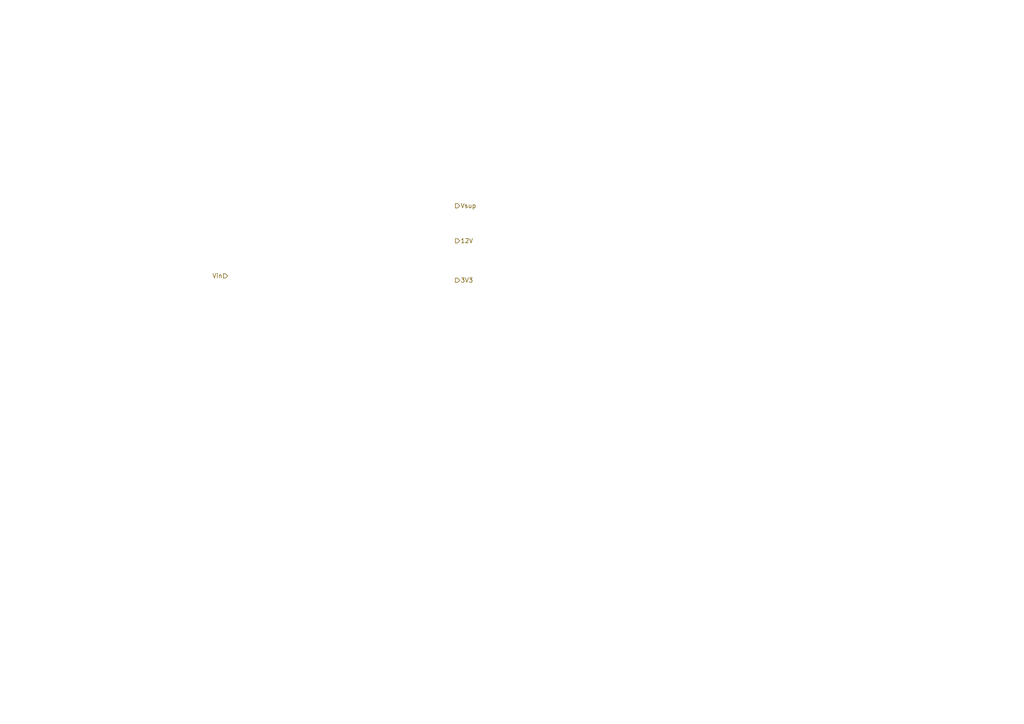
<source format=kicad_sch>
(kicad_sch
	(version 20250114)
	(generator "eeschema")
	(generator_version "9.0")
	(uuid "678a6884-edd1-4dce-87f6-a2ff6c1833f3")
	(paper "A4")
	(lib_symbols)
	(hierarchical_label "Vin"
		(shape input)
		(at 66.04 80.01 180)
		(effects
			(font
				(size 1.27 1.27)
			)
			(justify right)
		)
		(uuid "03307f65-a257-43a1-a4a8-8e8fd915f378")
	)
	(hierarchical_label "Vsup"
		(shape output)
		(at 132.08 59.69 0)
		(effects
			(font
				(size 1.27 1.27)
			)
			(justify left)
		)
		(uuid "9f0e4d3f-8c82-4822-9711-8cc60bde3cd7")
	)
	(hierarchical_label "12V"
		(shape output)
		(at 132.08 69.85 0)
		(effects
			(font
				(size 1.27 1.27)
			)
			(justify left)
		)
		(uuid "b3b39db9-fa96-4d15-9919-e83aa618b589")
	)
	(hierarchical_label "3V3"
		(shape output)
		(at 132.08 81.28 0)
		(effects
			(font
				(size 1.27 1.27)
			)
			(justify left)
		)
		(uuid "ea05000d-0242-4101-a8a9-f56ae6998111")
	)
)

</source>
